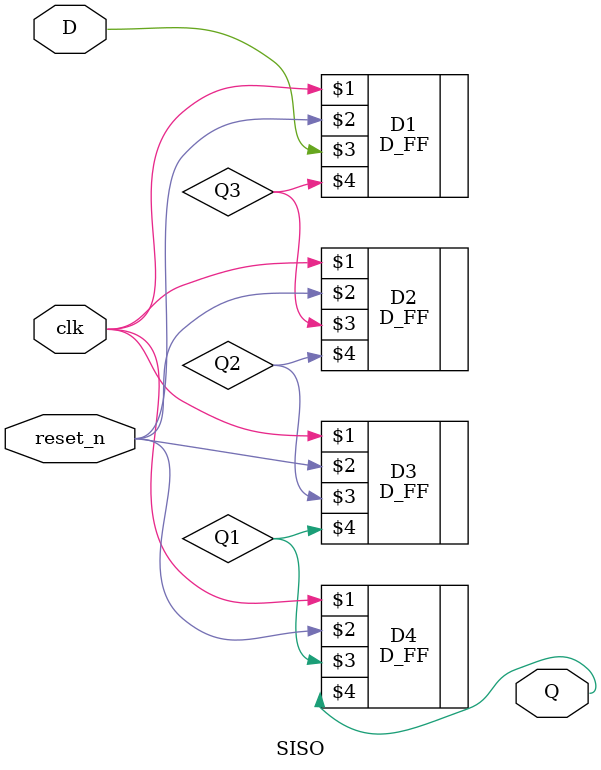
<source format=v>
`timescale 1ns / 1ps


module SISO(
input clk,
input reset_n,
input  D,
output Q
    );
    wire Q3,Q2,Q1;
    D_FF D1 (clk, reset_n,D,Q3);
    D_FF D2 (clk, reset_n,Q3,Q2);
    D_FF D3 (clk, reset_n,Q2,Q1);      
    D_FF D4 (clk, reset_n,Q1,Q);

endmodule

</source>
